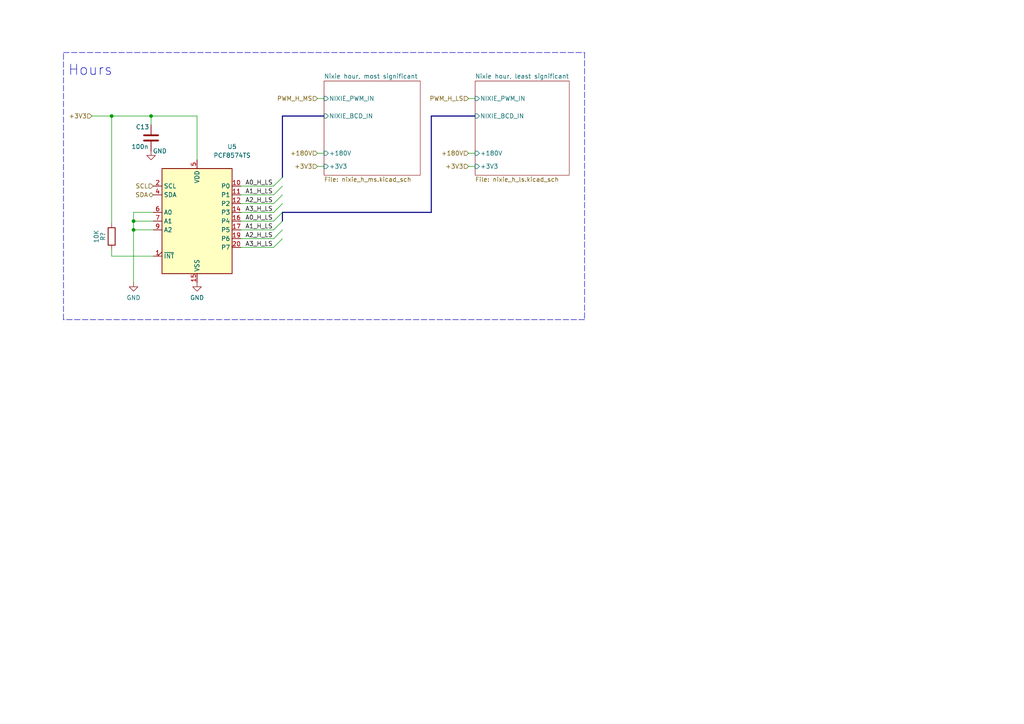
<source format=kicad_sch>
(kicad_sch (version 20210621) (generator eeschema)
  (paper "A4")
  (lib_symbols
    (symbol "Device:C" (pin_numbers hide) (pin_names (offset 0.254))
      (property "Reference" "C" (at 0.635 2.54 0))
      (property "Value" "C" (at 0.635 -2.54 0))
      (symbol "C_0_1"
        (polyline (pts (xy -2.032 -0.762) (xy 2.032 -0.762)) (stroke (width 0.508)))
        (polyline (pts (xy -2.032 0.762) (xy 2.032 0.762)) (stroke (width 0.508)))
      )
      (symbol "C_1_1"
        (pin passive line (at 0 3.81 270) (length 2.794) (name "~") (number "1"))
        (pin passive line (at 0 -3.81 90) (length 2.794) (name "~") (number "2"))
      )
    )
    (symbol "Device:R" (pin_numbers hide) (pin_names (offset 0))
      (property "Reference" "R" (at 2.032 0 90))
      (property "Value" "R" (at 0 0 90))
      (symbol "R_0_1"
        (rectangle (start -1.016 -2.54) (end 1.016 2.54) (stroke (width 0.254)))
      )
      (symbol "R_1_1"
        (pin passive line (at 0 3.81 270) (length 1.27) (name "~") (number "1"))
        (pin passive line (at 0 -3.81 90) (length 1.27) (name "~") (number "2"))
      )
    )
    (symbol "Interface_Expansion:PCF8574TS"
      (property "Reference" "U" (at -8.89 16.51 0))
      (property "Value" "PCF8574TS" (at 3.81 16.51 0))
      (symbol "PCF8574TS_0_1"
        (rectangle (start -10.16 15.24) (end 10.16 -15.24) (stroke (width 0.254)) (fill (type background)))
      )
      (symbol "PCF8574TS_1_1"
        (pin open_collector output_low (at -12.7 -10.16 0) (length 2.54) (name "~{INT}") (number "1"))
        (pin bidirectional line (at 12.7 10.16 180) (length 2.54) (name "P0") (number "10"))
        (pin bidirectional line (at 12.7 7.62 180) (length 2.54) (name "P1") (number "11"))
        (pin bidirectional line (at 12.7 5.08 180) (length 2.54) (name "P2") (number "12"))
        (pin no_connect line (at -10.16 -5.08 0) (length 2.54) hide (name "NC") (number "13"))
        (pin bidirectional line (at 12.7 2.54 180) (length 2.54) (name "P3") (number "14"))
        (pin power_in line (at 0 -17.78 90) (length 2.54) (name "VSS") (number "15"))
        (pin bidirectional line (at 12.7 0 180) (length 2.54) (name "P4") (number "16"))
        (pin bidirectional line (at 12.7 -2.54 180) (length 2.54) (name "P5") (number "17"))
        (pin no_connect line (at -10.16 -7.62 0) (length 2.54) hide (name "NC") (number "18"))
        (pin bidirectional line (at 12.7 -5.08 180) (length 2.54) (name "P6") (number "19"))
        (pin input line (at -12.7 10.16 0) (length 2.54) (name "SCL") (number "2"))
        (pin bidirectional line (at 12.7 -7.62 180) (length 2.54) (name "P7") (number "20"))
        (pin no_connect line (at 10.16 -10.16 180) (length 2.54) hide (name "NC") (number "3"))
        (pin bidirectional line (at -12.7 7.62 0) (length 2.54) (name "SDA") (number "4"))
        (pin power_in line (at 0 17.78 270) (length 2.54) (name "VDD") (number "5"))
        (pin input line (at -12.7 2.54 0) (length 2.54) (name "A0") (number "6"))
        (pin input line (at -12.7 0 0) (length 2.54) (name "A1") (number "7"))
        (pin no_connect line (at 10.16 -12.7 180) (length 2.54) hide (name "NC") (number "8"))
        (pin input line (at -12.7 -2.54 0) (length 2.54) (name "A2") (number "9"))
      )
    )
    (symbol "power:GND" (power) (pin_names (offset 0))
      (property "Value" "GND" (at 0 -3.81 0))
      (symbol "GND_0_1"
        (polyline (pts (xy 0 0) (xy 0 -1.27) (xy 1.27 -1.27) (xy 0 -2.54) (xy -1.27 -1.27) (xy 0 -1.27)))
      )
      (symbol "GND_1_1"
        (pin power_in line (at 0 0 270) (length 0) hide (name "GND") (number "1"))
      )
    )
  )
  (junction (at 32.385 33.655) (diameter 0.9144))
  (junction (at 38.735 64.135) (diameter 0.9144))
  (junction (at 38.735 66.675) (diameter 0.9144))
  (junction (at 43.815 33.655) (diameter 0.9144))
  (bus_entry (at 79.375 64.135) (size 2.54 -2.54) (stroke (width 0.1524)))
  (bus_entry (at 79.375 66.675) (size 2.54 -2.54) (stroke (width 0.1524)))
  (bus_entry (at 79.375 69.215) (size 2.54 -2.54) (stroke (width 0.1524)))
  (bus_entry (at 79.375 71.755) (size 2.54 -2.54) (stroke (width 0.1524)))
  (bus_entry (at 81.915 51.435) (size -2.54 2.54) (stroke (width 0.1524)))
  (bus_entry (at 81.915 53.975) (size -2.54 2.54) (stroke (width 0.1524)))
  (bus_entry (at 81.915 56.515) (size -2.54 2.54) (stroke (width 0.1524)))
  (bus_entry (at 81.915 59.055) (size -2.54 2.54) (stroke (width 0.1524)))
  (wire (pts (xy 26.67 33.655) (xy 32.385 33.655)))
  (wire (pts (xy 32.385 33.655) (xy 32.385 64.77)))
  (wire (pts (xy 32.385 33.655) (xy 43.815 33.655)))
  (wire (pts (xy 32.385 74.295) (xy 32.385 72.39)))
  (wire (pts (xy 38.735 61.595) (xy 38.735 64.135)))
  (wire (pts (xy 38.735 64.135) (xy 38.735 66.675)))
  (wire (pts (xy 38.735 64.135) (xy 44.45 64.135)))
  (wire (pts (xy 38.735 66.675) (xy 38.735 81.915)))
  (wire (pts (xy 38.735 66.675) (xy 44.45 66.675)))
  (wire (pts (xy 43.815 33.655) (xy 43.815 36.195)))
  (wire (pts (xy 43.815 33.655) (xy 57.15 33.655)))
  (wire (pts (xy 44.45 61.595) (xy 38.735 61.595)))
  (wire (pts (xy 44.45 74.295) (xy 32.385 74.295)))
  (wire (pts (xy 57.15 33.655) (xy 57.15 46.355)))
  (wire (pts (xy 69.85 53.975) (xy 79.375 53.975)))
  (wire (pts (xy 69.85 56.515) (xy 79.375 56.515)))
  (wire (pts (xy 69.85 59.055) (xy 79.375 59.055)))
  (wire (pts (xy 69.85 61.595) (xy 79.375 61.595)))
  (wire (pts (xy 69.85 64.135) (xy 79.375 64.135)))
  (wire (pts (xy 69.85 66.675) (xy 79.375 66.675)))
  (wire (pts (xy 69.85 69.215) (xy 79.375 69.215)))
  (wire (pts (xy 69.85 71.755) (xy 79.375 71.755)))
  (wire (pts (xy 92.075 28.575) (xy 93.98 28.575)))
  (wire (pts (xy 92.075 44.45) (xy 93.98 44.45)))
  (wire (pts (xy 92.075 48.26) (xy 93.98 48.26)))
  (wire (pts (xy 135.89 28.575) (xy 137.795 28.575)))
  (wire (pts (xy 135.89 44.45) (xy 137.795 44.45)))
  (wire (pts (xy 135.89 48.26) (xy 137.795 48.26)))
  (bus (pts (xy 81.915 33.655) (xy 81.915 59.055)))
  (bus (pts (xy 81.915 61.595) (xy 81.915 69.215)))
  (bus (pts (xy 81.915 61.595) (xy 125.095 61.595)))
  (bus (pts (xy 93.98 33.655) (xy 81.915 33.655)))
  (bus (pts (xy 125.095 33.655) (xy 137.795 33.655)))
  (bus (pts (xy 125.095 61.595) (xy 125.095 33.655)))
  (polyline (pts (xy 18.415 15.24) (xy 169.545 15.24)) (stroke (width 0) (type dash)))
  (polyline (pts (xy 18.415 92.71) (xy 18.415 15.24)) (stroke (width 0) (type dash)))
  (polyline (pts (xy 169.545 15.24) (xy 169.545 92.71)) (stroke (width 0) (type dash)))
  (polyline (pts (xy 169.545 92.71) (xy 18.415 92.71)) (stroke (width 0) (type dash)))
  (text "Hours" (at 19.685 22.225 0) (effects (font (size 3 3)) (justify left bottom)))
  (label "A0_H_LS" (at 71.12 53.975 0))
  (label "A1_H_LS" (at 71.12 56.515 0))
  (label "A2_H_LS" (at 71.12 59.055 0))
  (label "A3_H_LS" (at 71.12 61.595 0))
  (label "A0_H_LS" (at 71.12 64.135 0))
  (label "A1_H_LS" (at 71.12 66.675 0))
  (label "A2_H_LS" (at 71.12 69.215 0))
  (label "A3_H_LS" (at 71.12 71.755 0))
  (hierarchical_label "+3V3" (shape input) (at 26.67 33.655 180))
  (hierarchical_label "SCL" (shape input) (at 44.45 53.975 180))
  (hierarchical_label "SDA" (shape bidirectional) (at 44.45 56.515 180))
  (hierarchical_label "PWM_H_MS" (shape input) (at 92.075 28.575 180))
  (hierarchical_label "+180V" (shape input) (at 92.075 44.45 180))
  (hierarchical_label "+3V3" (shape input) (at 92.075 48.26 180))
  (hierarchical_label "PWM_H_LS" (shape input) (at 135.89 28.575 180))
  (hierarchical_label "+180V" (shape input) (at 135.89 44.45 180))
  (hierarchical_label "+3V3" (shape input) (at 135.89 48.26 180))
  (symbol (lib_id "power:GND") (at 38.735 81.915 0) (unit 1)
    (property "Reference" "#PWR?" (effects hide))
    (property "Value" "GND" (at 38.735 86.36 0))
  )
  (symbol (lib_id "power:GND") (at 43.815 43.815 0) (unit 1)
    (property "Reference" "#PWR025" (effects hide))
    (property "Value" "GND" (at 46.355 43.815 0))
  )
  (symbol (lib_id "power:GND") (at 57.15 81.915 0) (unit 1)
    (property "Reference" "#PWR026" (effects hide))
    (property "Value" "GND" (at 57.15 86.36 0))
  )
  (symbol (lib_id "Device:R") (at 32.385 68.58 180) (unit 1)
    (property "Reference" "R?" (at 29.845 68.58 90))
    (property "Value" "10K" (at 27.94 68.58 90))
    (property "Footprint" "Resistor_SMD:R_0805_2012Metric_Pad1.20x1.40mm_HandSolder" (effects hide))
  )
  (symbol (lib_id "Device:C") (at 43.815 40.005 0) (unit 1)
    (property "Reference" "C13" (at 39.37 36.83 0) (effects (justify left)))
    (property "Value" "100n" (at 38.1 42.545 0) (effects (justify left)))
    (property "Footprint" "Capacitor_SMD:C_0402_1005Metric" (effects hide))
    (property "Field4" "Farnell" (effects hide))
    (property "Field5" "2611911" (effects hide))
    (property "Field6" "RM EMK105 B7104KV-F" (effects hide))
    (property "Field7" "TAIYO YUDEN EUROPE GMBH" (effects hide))
    (property "Part Description" "	0.1uF 10% 16V Ceramic Capacitor X7R 0402 (1005 Metric)" (effects hide))
    (property "Field8" "110091611" (effects hide))
  )
  (symbol (lib_id "Interface_Expansion:PCF8574TS") (at 57.15 64.135 0) (unit 1)
    (property "Reference" "U5" (at 67.31 42.545 0))
    (property "Value" "PCF8574TS" (at 67.31 45.085 0))
    (property "Footprint" "Package_SO:SSOP-20_4.4x6.5mm_P0.65mm" (effects hide))
    (property "Datasheet" "http://www.nxp.com/documents/data_sheet/PCF8574_PCF8574A.pdf" (effects hide))
  )
  (sheet (at 137.795 23.495) (size 27.305 27.305) (stroke (width 0.0006))
    (property "Sheet name" "Nixie hour, least significant" (at 137.795 22.8593 0) (effects (justify left bottom)))
    (property "Sheet file" "nixie_h_ls.kicad_sch" (at 137.795 51.3087 0) (effects (justify left top)))
    (pin "NIXIE_PWM_IN" input (at 137.795 28.575 180))
    (pin "+180V" input (at 137.795 44.45 180))
    (pin "+3V3" input (at 137.795 48.26 180))
    (pin "NIXIE_BCD_IN" input (at 137.795 33.655 180))
  )
  (sheet (at 93.98 23.495) (size 27.94 27.305) (stroke (width 0.0006))
    (property "Sheet name" "Nixie hour, most significant" (at 93.98 22.8593 0) (effects (justify left bottom)))
    (property "Sheet file" "nixie_h_ms.kicad_sch" (at 93.98 51.3087 0) (effects (justify left top)))
    (pin "NIXIE_PWM_IN" input (at 93.98 28.575 180))
    (pin "+180V" input (at 93.98 44.45 180))
    (pin "+3V3" input (at 93.98 48.26 180))
    (pin "NIXIE_BCD_IN" input (at 93.98 33.655 180))
  )
)
</source>
